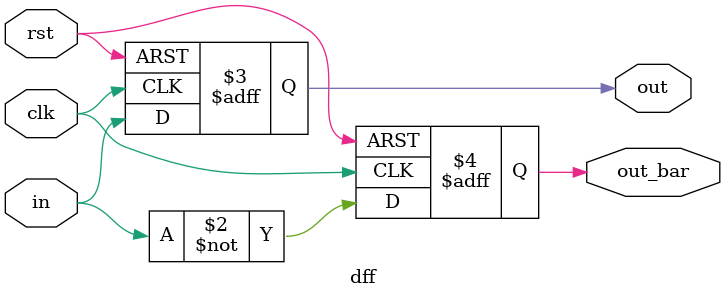
<source format=v>
module dff(clk,rst,in,out,out_bar);
input clk,rst,in;
output out,out_bar;

reg out,out_bar;

always@(posedge clk or posedge rst) begin 
	if(rst) begin 
		out<=0;
		out_bar<=0;
	end else begin 
		out<=in;
		out_bar<=~in;
	end
end
endmodule 
</source>
